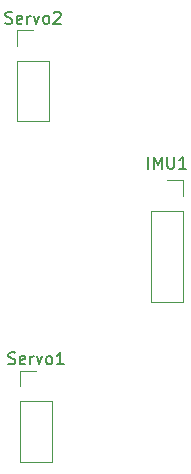
<source format=gbr>
%TF.GenerationSoftware,KiCad,Pcbnew,8.0.6*%
%TF.CreationDate,2025-01-14T17:09:45+01:00*%
%TF.ProjectId,Nivelador Laser,4e697665-6c61-4646-9f72-204c61736572,rev?*%
%TF.SameCoordinates,Original*%
%TF.FileFunction,Legend,Top*%
%TF.FilePolarity,Positive*%
%FSLAX46Y46*%
G04 Gerber Fmt 4.6, Leading zero omitted, Abs format (unit mm)*
G04 Created by KiCad (PCBNEW 8.0.6) date 2025-01-14 17:09:45*
%MOMM*%
%LPD*%
G01*
G04 APERTURE LIST*
%ADD10C,0.150000*%
%ADD11C,0.120000*%
G04 APERTURE END LIST*
D10*
X173561666Y-52941200D02*
X173704523Y-52988819D01*
X173704523Y-52988819D02*
X173942618Y-52988819D01*
X173942618Y-52988819D02*
X174037856Y-52941200D01*
X174037856Y-52941200D02*
X174085475Y-52893580D01*
X174085475Y-52893580D02*
X174133094Y-52798342D01*
X174133094Y-52798342D02*
X174133094Y-52703104D01*
X174133094Y-52703104D02*
X174085475Y-52607866D01*
X174085475Y-52607866D02*
X174037856Y-52560247D01*
X174037856Y-52560247D02*
X173942618Y-52512628D01*
X173942618Y-52512628D02*
X173752142Y-52465009D01*
X173752142Y-52465009D02*
X173656904Y-52417390D01*
X173656904Y-52417390D02*
X173609285Y-52369771D01*
X173609285Y-52369771D02*
X173561666Y-52274533D01*
X173561666Y-52274533D02*
X173561666Y-52179295D01*
X173561666Y-52179295D02*
X173609285Y-52084057D01*
X173609285Y-52084057D02*
X173656904Y-52036438D01*
X173656904Y-52036438D02*
X173752142Y-51988819D01*
X173752142Y-51988819D02*
X173990237Y-51988819D01*
X173990237Y-51988819D02*
X174133094Y-52036438D01*
X174942618Y-52941200D02*
X174847380Y-52988819D01*
X174847380Y-52988819D02*
X174656904Y-52988819D01*
X174656904Y-52988819D02*
X174561666Y-52941200D01*
X174561666Y-52941200D02*
X174514047Y-52845961D01*
X174514047Y-52845961D02*
X174514047Y-52465009D01*
X174514047Y-52465009D02*
X174561666Y-52369771D01*
X174561666Y-52369771D02*
X174656904Y-52322152D01*
X174656904Y-52322152D02*
X174847380Y-52322152D01*
X174847380Y-52322152D02*
X174942618Y-52369771D01*
X174942618Y-52369771D02*
X174990237Y-52465009D01*
X174990237Y-52465009D02*
X174990237Y-52560247D01*
X174990237Y-52560247D02*
X174514047Y-52655485D01*
X175418809Y-52988819D02*
X175418809Y-52322152D01*
X175418809Y-52512628D02*
X175466428Y-52417390D01*
X175466428Y-52417390D02*
X175514047Y-52369771D01*
X175514047Y-52369771D02*
X175609285Y-52322152D01*
X175609285Y-52322152D02*
X175704523Y-52322152D01*
X175942619Y-52322152D02*
X176180714Y-52988819D01*
X176180714Y-52988819D02*
X176418809Y-52322152D01*
X176942619Y-52988819D02*
X176847381Y-52941200D01*
X176847381Y-52941200D02*
X176799762Y-52893580D01*
X176799762Y-52893580D02*
X176752143Y-52798342D01*
X176752143Y-52798342D02*
X176752143Y-52512628D01*
X176752143Y-52512628D02*
X176799762Y-52417390D01*
X176799762Y-52417390D02*
X176847381Y-52369771D01*
X176847381Y-52369771D02*
X176942619Y-52322152D01*
X176942619Y-52322152D02*
X177085476Y-52322152D01*
X177085476Y-52322152D02*
X177180714Y-52369771D01*
X177180714Y-52369771D02*
X177228333Y-52417390D01*
X177228333Y-52417390D02*
X177275952Y-52512628D01*
X177275952Y-52512628D02*
X177275952Y-52798342D01*
X177275952Y-52798342D02*
X177228333Y-52893580D01*
X177228333Y-52893580D02*
X177180714Y-52941200D01*
X177180714Y-52941200D02*
X177085476Y-52988819D01*
X177085476Y-52988819D02*
X176942619Y-52988819D01*
X177656905Y-52084057D02*
X177704524Y-52036438D01*
X177704524Y-52036438D02*
X177799762Y-51988819D01*
X177799762Y-51988819D02*
X178037857Y-51988819D01*
X178037857Y-51988819D02*
X178133095Y-52036438D01*
X178133095Y-52036438D02*
X178180714Y-52084057D01*
X178180714Y-52084057D02*
X178228333Y-52179295D01*
X178228333Y-52179295D02*
X178228333Y-52274533D01*
X178228333Y-52274533D02*
X178180714Y-52417390D01*
X178180714Y-52417390D02*
X177609286Y-52988819D01*
X177609286Y-52988819D02*
X178228333Y-52988819D01*
X185651572Y-65258819D02*
X185651572Y-64258819D01*
X186127762Y-65258819D02*
X186127762Y-64258819D01*
X186127762Y-64258819D02*
X186461095Y-64973104D01*
X186461095Y-64973104D02*
X186794428Y-64258819D01*
X186794428Y-64258819D02*
X186794428Y-65258819D01*
X187270619Y-64258819D02*
X187270619Y-65068342D01*
X187270619Y-65068342D02*
X187318238Y-65163580D01*
X187318238Y-65163580D02*
X187365857Y-65211200D01*
X187365857Y-65211200D02*
X187461095Y-65258819D01*
X187461095Y-65258819D02*
X187651571Y-65258819D01*
X187651571Y-65258819D02*
X187746809Y-65211200D01*
X187746809Y-65211200D02*
X187794428Y-65163580D01*
X187794428Y-65163580D02*
X187842047Y-65068342D01*
X187842047Y-65068342D02*
X187842047Y-64258819D01*
X188842047Y-65258819D02*
X188270619Y-65258819D01*
X188556333Y-65258819D02*
X188556333Y-64258819D01*
X188556333Y-64258819D02*
X188461095Y-64401676D01*
X188461095Y-64401676D02*
X188365857Y-64496914D01*
X188365857Y-64496914D02*
X188270619Y-64544533D01*
X173815666Y-81770200D02*
X173958523Y-81817819D01*
X173958523Y-81817819D02*
X174196618Y-81817819D01*
X174196618Y-81817819D02*
X174291856Y-81770200D01*
X174291856Y-81770200D02*
X174339475Y-81722580D01*
X174339475Y-81722580D02*
X174387094Y-81627342D01*
X174387094Y-81627342D02*
X174387094Y-81532104D01*
X174387094Y-81532104D02*
X174339475Y-81436866D01*
X174339475Y-81436866D02*
X174291856Y-81389247D01*
X174291856Y-81389247D02*
X174196618Y-81341628D01*
X174196618Y-81341628D02*
X174006142Y-81294009D01*
X174006142Y-81294009D02*
X173910904Y-81246390D01*
X173910904Y-81246390D02*
X173863285Y-81198771D01*
X173863285Y-81198771D02*
X173815666Y-81103533D01*
X173815666Y-81103533D02*
X173815666Y-81008295D01*
X173815666Y-81008295D02*
X173863285Y-80913057D01*
X173863285Y-80913057D02*
X173910904Y-80865438D01*
X173910904Y-80865438D02*
X174006142Y-80817819D01*
X174006142Y-80817819D02*
X174244237Y-80817819D01*
X174244237Y-80817819D02*
X174387094Y-80865438D01*
X175196618Y-81770200D02*
X175101380Y-81817819D01*
X175101380Y-81817819D02*
X174910904Y-81817819D01*
X174910904Y-81817819D02*
X174815666Y-81770200D01*
X174815666Y-81770200D02*
X174768047Y-81674961D01*
X174768047Y-81674961D02*
X174768047Y-81294009D01*
X174768047Y-81294009D02*
X174815666Y-81198771D01*
X174815666Y-81198771D02*
X174910904Y-81151152D01*
X174910904Y-81151152D02*
X175101380Y-81151152D01*
X175101380Y-81151152D02*
X175196618Y-81198771D01*
X175196618Y-81198771D02*
X175244237Y-81294009D01*
X175244237Y-81294009D02*
X175244237Y-81389247D01*
X175244237Y-81389247D02*
X174768047Y-81484485D01*
X175672809Y-81817819D02*
X175672809Y-81151152D01*
X175672809Y-81341628D02*
X175720428Y-81246390D01*
X175720428Y-81246390D02*
X175768047Y-81198771D01*
X175768047Y-81198771D02*
X175863285Y-81151152D01*
X175863285Y-81151152D02*
X175958523Y-81151152D01*
X176196619Y-81151152D02*
X176434714Y-81817819D01*
X176434714Y-81817819D02*
X176672809Y-81151152D01*
X177196619Y-81817819D02*
X177101381Y-81770200D01*
X177101381Y-81770200D02*
X177053762Y-81722580D01*
X177053762Y-81722580D02*
X177006143Y-81627342D01*
X177006143Y-81627342D02*
X177006143Y-81341628D01*
X177006143Y-81341628D02*
X177053762Y-81246390D01*
X177053762Y-81246390D02*
X177101381Y-81198771D01*
X177101381Y-81198771D02*
X177196619Y-81151152D01*
X177196619Y-81151152D02*
X177339476Y-81151152D01*
X177339476Y-81151152D02*
X177434714Y-81198771D01*
X177434714Y-81198771D02*
X177482333Y-81246390D01*
X177482333Y-81246390D02*
X177529952Y-81341628D01*
X177529952Y-81341628D02*
X177529952Y-81627342D01*
X177529952Y-81627342D02*
X177482333Y-81722580D01*
X177482333Y-81722580D02*
X177434714Y-81770200D01*
X177434714Y-81770200D02*
X177339476Y-81817819D01*
X177339476Y-81817819D02*
X177196619Y-81817819D01*
X178482333Y-81817819D02*
X177910905Y-81817819D01*
X178196619Y-81817819D02*
X178196619Y-80817819D01*
X178196619Y-80817819D02*
X178101381Y-80960676D01*
X178101381Y-80960676D02*
X178006143Y-81055914D01*
X178006143Y-81055914D02*
X177910905Y-81103533D01*
D11*
%TO.C,Servo2*%
X174565000Y-53534000D02*
X175895000Y-53534000D01*
X174565000Y-54864000D02*
X174565000Y-53534000D01*
X174565000Y-56134000D02*
X174565000Y-61274000D01*
X174565000Y-56134000D02*
X177225000Y-56134000D01*
X174565000Y-61274000D02*
X177225000Y-61274000D01*
X177225000Y-56134000D02*
X177225000Y-61274000D01*
%TO.C,IMU1*%
X185893000Y-68844000D02*
X185893000Y-76524000D01*
X185893000Y-68844000D02*
X188553000Y-68844000D01*
X185893000Y-76524000D02*
X188553000Y-76524000D01*
X187223000Y-66244000D02*
X188553000Y-66244000D01*
X188553000Y-66244000D02*
X188553000Y-67574000D01*
X188553000Y-68844000D02*
X188553000Y-76524000D01*
%TO.C,Servo1*%
X174819000Y-82363000D02*
X176149000Y-82363000D01*
X174819000Y-83693000D02*
X174819000Y-82363000D01*
X174819000Y-84963000D02*
X174819000Y-90103000D01*
X174819000Y-84963000D02*
X177479000Y-84963000D01*
X174819000Y-90103000D02*
X177479000Y-90103000D01*
X177479000Y-84963000D02*
X177479000Y-90103000D01*
%TD*%
M02*

</source>
